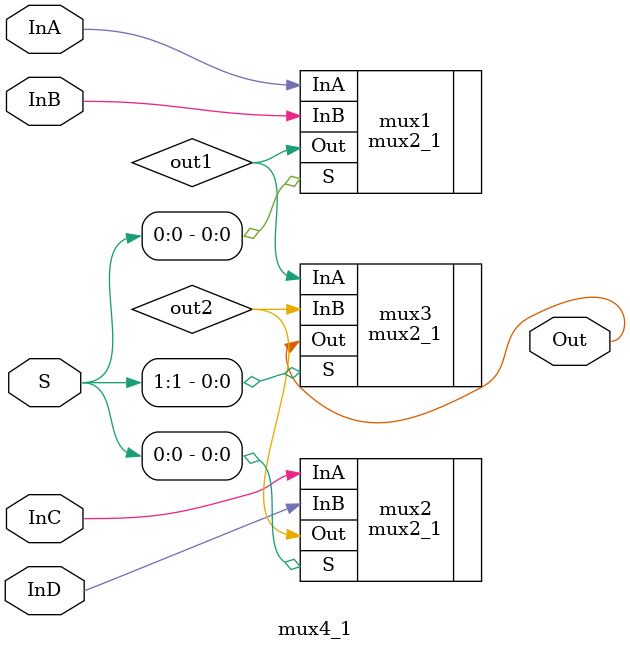
<source format=v>
module mux4_1(InA, InB, InC, InD, Out, S);

input InA, InB, InC, InD;
input [1:0] S;
output Out;

wire out1, out2;

mux2_1 mux1(.InA(InA), .InB(InB), .Out(out1), .S(S[0]));
mux2_1 mux2(.InA(InC), .InB(InD), .Out(out2), .S(S[0]));

mux2_1 mux3(.InA(out1), .InB(out2), .S(S[1]), .Out(Out));

endmodule


</source>
